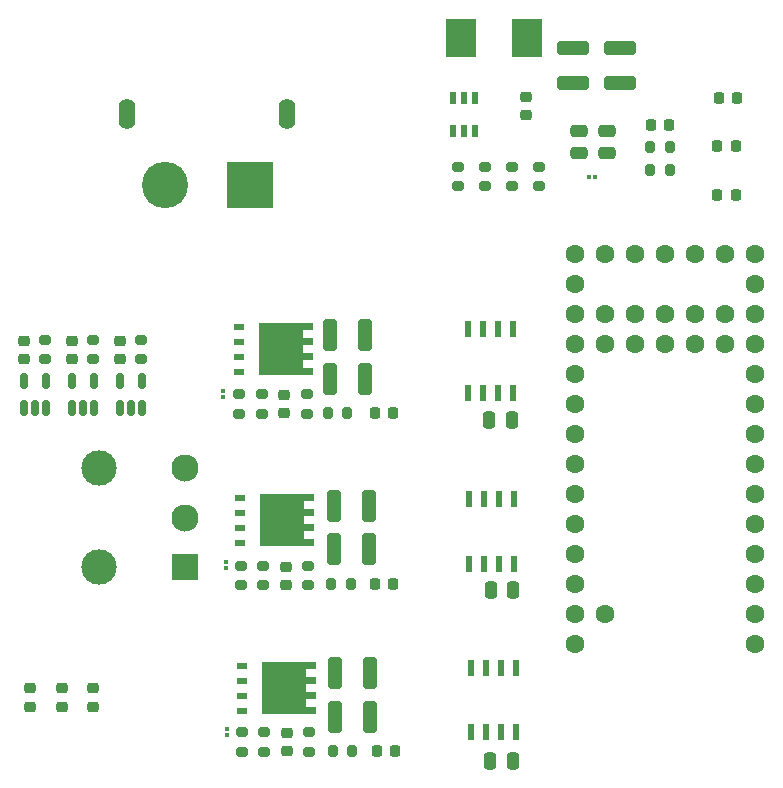
<source format=gbr>
%TF.GenerationSoftware,KiCad,Pcbnew,7.0.9*%
%TF.CreationDate,2023-12-30T21:06:32-05:00*%
%TF.ProjectId,esc,6573632e-6b69-4636-9164-5f7063625858,rev?*%
%TF.SameCoordinates,Original*%
%TF.FileFunction,Soldermask,Top*%
%TF.FilePolarity,Negative*%
%FSLAX46Y46*%
G04 Gerber Fmt 4.6, Leading zero omitted, Abs format (unit mm)*
G04 Created by KiCad (PCBNEW 7.0.9) date 2023-12-30 21:06:32*
%MOMM*%
%LPD*%
G01*
G04 APERTURE LIST*
G04 Aperture macros list*
%AMRoundRect*
0 Rectangle with rounded corners*
0 $1 Rounding radius*
0 $2 $3 $4 $5 $6 $7 $8 $9 X,Y pos of 4 corners*
0 Add a 4 corners polygon primitive as box body*
4,1,4,$2,$3,$4,$5,$6,$7,$8,$9,$2,$3,0*
0 Add four circle primitives for the rounded corners*
1,1,$1+$1,$2,$3*
1,1,$1+$1,$4,$5*
1,1,$1+$1,$6,$7*
1,1,$1+$1,$8,$9*
0 Add four rect primitives between the rounded corners*
20,1,$1+$1,$2,$3,$4,$5,0*
20,1,$1+$1,$4,$5,$6,$7,0*
20,1,$1+$1,$6,$7,$8,$9,0*
20,1,$1+$1,$8,$9,$2,$3,0*%
%AMFreePoly0*
4,1,17,2.675000,1.605000,1.875000,1.605000,1.875000,0.935000,2.675000,0.935000,2.675000,0.335000,1.875000,0.335000,1.875000,-0.335000,2.675000,-0.335000,2.675000,-0.935000,1.875000,-0.935000,1.875000,-1.605000,2.675000,-1.605000,2.675000,-2.205000,-1.875000,-2.205000,-1.875000,2.205000,2.675000,2.205000,2.675000,1.605000,2.675000,1.605000,$1*%
G04 Aperture macros list end*
%ADD10R,0.533400X1.460500*%
%ADD11R,0.558800X1.003300*%
%ADD12R,2.514600X3.251200*%
%ADD13R,2.300000X2.300000*%
%ADD14C,2.300000*%
%ADD15C,2.999999*%
%ADD16RoundRect,0.218750X0.256250X-0.218750X0.256250X0.218750X-0.256250X0.218750X-0.256250X-0.218750X0*%
%ADD17RoundRect,0.218750X0.218750X0.256250X-0.218750X0.256250X-0.218750X-0.256250X0.218750X-0.256250X0*%
%ADD18RoundRect,0.218750X-0.218750X-0.256250X0.218750X-0.256250X0.218750X0.256250X-0.218750X0.256250X0*%
%ADD19RoundRect,0.150000X0.150000X-0.512500X0.150000X0.512500X-0.150000X0.512500X-0.150000X-0.512500X0*%
%ADD20RoundRect,0.250000X-0.325000X-1.100000X0.325000X-1.100000X0.325000X1.100000X-0.325000X1.100000X0*%
%ADD21RoundRect,0.200000X-0.200000X-0.275000X0.200000X-0.275000X0.200000X0.275000X-0.200000X0.275000X0*%
%ADD22RoundRect,0.225000X-0.225000X-0.250000X0.225000X-0.250000X0.225000X0.250000X-0.225000X0.250000X0*%
%ADD23RoundRect,0.200000X-0.275000X0.200000X-0.275000X-0.200000X0.275000X-0.200000X0.275000X0.200000X0*%
%ADD24RoundRect,0.225000X0.225000X0.250000X-0.225000X0.250000X-0.225000X-0.250000X0.225000X-0.250000X0*%
%ADD25RoundRect,0.225000X-0.250000X0.225000X-0.250000X-0.225000X0.250000X-0.225000X0.250000X0.225000X0*%
%ADD26RoundRect,0.250000X-0.250000X-0.475000X0.250000X-0.475000X0.250000X0.475000X-0.250000X0.475000X0*%
%ADD27RoundRect,0.075000X-0.075000X0.125000X-0.075000X-0.125000X0.075000X-0.125000X0.075000X0.125000X0*%
%ADD28RoundRect,0.250000X-1.100000X0.325000X-1.100000X-0.325000X1.100000X-0.325000X1.100000X0.325000X0*%
%ADD29RoundRect,0.200000X0.275000X-0.200000X0.275000X0.200000X-0.275000X0.200000X-0.275000X-0.200000X0*%
%ADD30RoundRect,0.075000X0.125000X0.075000X-0.125000X0.075000X-0.125000X-0.075000X0.125000X-0.075000X0*%
%ADD31RoundRect,0.200000X0.200000X0.275000X-0.200000X0.275000X-0.200000X-0.275000X0.200000X-0.275000X0*%
%ADD32RoundRect,0.250000X-0.475000X0.250000X-0.475000X-0.250000X0.475000X-0.250000X0.475000X0.250000X0*%
%ADD33RoundRect,0.225000X0.250000X-0.225000X0.250000X0.225000X-0.250000X0.225000X-0.250000X-0.225000X0*%
%ADD34FreePoly0,0.000000*%
%ADD35R,0.850000X0.500000*%
%ADD36RoundRect,0.102000X-1.858000X-1.858000X1.858000X-1.858000X1.858000X1.858000X-1.858000X1.858000X0*%
%ADD37C,3.920000*%
%ADD38O,1.404000X2.604000*%
%ADD39C,1.600000*%
%ADD40RoundRect,0.250000X0.475000X-0.250000X0.475000X0.250000X-0.475000X0.250000X-0.475000X-0.250000X0*%
G04 APERTURE END LIST*
D10*
%TO.C,U401*%
X80250207Y-95596694D03*
X81520207Y-95596694D03*
X82790207Y-95596694D03*
X84060207Y-95596694D03*
X84060207Y-90148394D03*
X82790207Y-90148394D03*
X81520207Y-90148394D03*
X80250207Y-90148394D03*
%TD*%
%TO.C,U301*%
X80299207Y-110043844D03*
X81569207Y-110043844D03*
X82839207Y-110043844D03*
X84109207Y-110043844D03*
X84109207Y-104595544D03*
X82839207Y-104595544D03*
X81569207Y-104595544D03*
X80299207Y-104595544D03*
%TD*%
%TO.C,U201*%
X80463207Y-124338594D03*
X81733207Y-124338594D03*
X83003207Y-124338594D03*
X84273207Y-124338594D03*
X84273207Y-118890294D03*
X83003207Y-118890294D03*
X81733207Y-118890294D03*
X80463207Y-118890294D03*
%TD*%
D11*
%TO.C,U101*%
X80834996Y-70643513D03*
X79884995Y-70643513D03*
X78934994Y-70643513D03*
X78934994Y-73399413D03*
X79884995Y-73399413D03*
X80834996Y-73399413D03*
%TD*%
D12*
%TO.C,L101*%
X85198000Y-65532000D03*
X79610000Y-65532000D03*
%TD*%
D13*
%TO.C,J102*%
X56277720Y-110358543D03*
D14*
X56277720Y-106158544D03*
X56277720Y-101958545D03*
D15*
X48977719Y-110358543D03*
X48977719Y-101958560D03*
%TD*%
D16*
%TO.C,D107*%
X43166207Y-122186044D03*
X43166207Y-120611044D03*
%TD*%
%TO.C,D106*%
X45833207Y-122186044D03*
X45833207Y-120611044D03*
%TD*%
%TO.C,D105*%
X48500207Y-122186044D03*
X48500207Y-120611044D03*
%TD*%
D17*
%TO.C,D104*%
X102912500Y-78867000D03*
X101337500Y-78867000D03*
%TD*%
%TO.C,D103*%
X102912500Y-74676000D03*
X101337500Y-74676000D03*
%TD*%
D18*
%TO.C,D102*%
X101464500Y-70612000D03*
X103039500Y-70612000D03*
%TD*%
D19*
%TO.C,U105*%
X50725207Y-96882044D03*
X51675207Y-96882044D03*
X52625207Y-96882044D03*
X52625207Y-94607044D03*
X50725207Y-94607044D03*
%TD*%
D20*
%TO.C,C204*%
X68955207Y-119327544D03*
X71905207Y-119327544D03*
%TD*%
D21*
%TO.C,R204*%
X68777407Y-125906144D03*
X70427407Y-125906144D03*
%TD*%
D22*
%TO.C,C101*%
X95726000Y-72896875D03*
X97276000Y-72896875D03*
%TD*%
D23*
%TO.C,R205*%
X61081207Y-124344544D03*
X61081207Y-125994544D03*
%TD*%
D24*
%TO.C,C206*%
X74061207Y-125931544D03*
X72511207Y-125931544D03*
%TD*%
D23*
%TO.C,R118*%
X52564207Y-91109544D03*
X52564207Y-92759544D03*
%TD*%
D25*
%TO.C,C104*%
X85172600Y-70535800D03*
X85172600Y-72085800D03*
%TD*%
D26*
%TO.C,C302*%
X82160207Y-112254544D03*
X84060207Y-112254544D03*
%TD*%
D23*
%TO.C,R106*%
X79356000Y-76454000D03*
X79356000Y-78104000D03*
%TD*%
D27*
%TO.C,D201*%
X59811207Y-124058294D03*
X59811207Y-124558294D03*
%TD*%
D28*
%TO.C,C106*%
X89135000Y-66392000D03*
X89135000Y-69342000D03*
%TD*%
D20*
%TO.C,C303*%
X68869207Y-108825544D03*
X71819207Y-108825544D03*
%TD*%
D29*
%TO.C,R401*%
X62757207Y-97380544D03*
X62757207Y-95730544D03*
%TD*%
%TO.C,R301*%
X62900207Y-111897544D03*
X62900207Y-110247544D03*
%TD*%
D23*
%TO.C,R405*%
X60852207Y-95730544D03*
X60852207Y-97380544D03*
%TD*%
%TO.C,R116*%
X44436207Y-91109544D03*
X44436207Y-92759544D03*
%TD*%
D20*
%TO.C,C404*%
X68521207Y-94396544D03*
X71471207Y-94396544D03*
%TD*%
D25*
%TO.C,C207*%
X64891207Y-124394544D03*
X64891207Y-125944544D03*
%TD*%
D29*
%TO.C,R206*%
X66796207Y-125994544D03*
X66796207Y-124344544D03*
%TD*%
D30*
%TO.C,D101*%
X90989600Y-77287200D03*
X90489600Y-77287200D03*
%TD*%
D27*
%TO.C,D401*%
X59455207Y-95416544D03*
X59455207Y-95916544D03*
%TD*%
D29*
%TO.C,R201*%
X62986207Y-125994544D03*
X62986207Y-124344544D03*
%TD*%
%TO.C,R104*%
X81642000Y-78104000D03*
X81642000Y-76454000D03*
%TD*%
D23*
%TO.C,R103*%
X83928000Y-76454000D03*
X83928000Y-78104000D03*
%TD*%
%TO.C,R105*%
X86214000Y-76454000D03*
X86214000Y-78104000D03*
%TD*%
D26*
%TO.C,C202*%
X82131207Y-126732544D03*
X84031207Y-126732544D03*
%TD*%
D20*
%TO.C,C304*%
X68869207Y-105142544D03*
X71819207Y-105142544D03*
%TD*%
D31*
%TO.C,R102*%
X97326000Y-74803000D03*
X95676000Y-74803000D03*
%TD*%
D32*
%TO.C,C103*%
X89643000Y-73406000D03*
X89643000Y-75306000D03*
%TD*%
D33*
%TO.C,C107*%
X42658207Y-92709544D03*
X42658207Y-91159544D03*
%TD*%
D21*
%TO.C,R404*%
X68346207Y-97317544D03*
X69996207Y-97317544D03*
%TD*%
D26*
%TO.C,C402*%
X82033207Y-97903544D03*
X83933207Y-97903544D03*
%TD*%
D24*
%TO.C,C406*%
X73913207Y-97317544D03*
X72363207Y-97317544D03*
%TD*%
D21*
%TO.C,R304*%
X68630207Y-111746544D03*
X70280207Y-111746544D03*
%TD*%
D34*
%TO.C,Q301*%
X64455207Y-106373544D03*
D35*
X60905207Y-104468544D03*
X60905207Y-105738544D03*
X60905207Y-107008544D03*
X60905207Y-108278544D03*
%TD*%
D25*
%TO.C,C307*%
X64805207Y-110297544D03*
X64805207Y-111847544D03*
%TD*%
D23*
%TO.C,R305*%
X60995207Y-110247544D03*
X60995207Y-111897544D03*
%TD*%
D33*
%TO.C,C108*%
X46722207Y-92709544D03*
X46722207Y-91159544D03*
%TD*%
D34*
%TO.C,Q401*%
X64414207Y-91895544D03*
D35*
X60864207Y-89990544D03*
X60864207Y-91260544D03*
X60864207Y-92530544D03*
X60864207Y-93800544D03*
%TD*%
D36*
%TO.C,J101*%
X61747000Y-78009000D03*
D37*
X54547000Y-78009000D03*
D38*
X64897000Y-72009000D03*
X51397000Y-72009000D03*
%TD*%
D29*
%TO.C,R306*%
X66710207Y-111897544D03*
X66710207Y-110247544D03*
%TD*%
D19*
%TO.C,U104*%
X46661207Y-96882044D03*
X47611207Y-96882044D03*
X48561207Y-96882044D03*
X48561207Y-94607044D03*
X46661207Y-94607044D03*
%TD*%
D39*
%TO.C,U103*%
X104507207Y-116826544D03*
X104507207Y-114286544D03*
X104507207Y-111746544D03*
X104507207Y-109206544D03*
X104507207Y-106666544D03*
X104507207Y-104126544D03*
X104507207Y-101586544D03*
X104507207Y-99046544D03*
X104507207Y-96506544D03*
X104507207Y-93966544D03*
X104507207Y-91426544D03*
X104507207Y-88886544D03*
X104507207Y-86346544D03*
X104507207Y-83806544D03*
X101967207Y-83806544D03*
X99427207Y-83806544D03*
X96887207Y-83806544D03*
X94347207Y-83806544D03*
X91807207Y-83806544D03*
X89267207Y-83806544D03*
X89267207Y-86346544D03*
X89267207Y-88886544D03*
X89267207Y-91426544D03*
X89267207Y-93966544D03*
X89267207Y-96506544D03*
X89267207Y-99046544D03*
X89267207Y-101586544D03*
X89267207Y-104126544D03*
X89267207Y-106666544D03*
X89267207Y-109206544D03*
X89267207Y-111746544D03*
X89267207Y-114286544D03*
X89267207Y-116826544D03*
X91807207Y-114286544D03*
X91807207Y-88886544D03*
X91807207Y-91426544D03*
X94347207Y-88886544D03*
X94347207Y-91426544D03*
X96887207Y-88886544D03*
X96887207Y-91426544D03*
X99427207Y-88886544D03*
X99427207Y-91426544D03*
X101967207Y-88886544D03*
X101967207Y-91426544D03*
%TD*%
D24*
%TO.C,C306*%
X73913207Y-111746544D03*
X72363207Y-111746544D03*
%TD*%
D23*
%TO.C,R117*%
X48500207Y-91109544D03*
X48500207Y-92759544D03*
%TD*%
D19*
%TO.C,U102*%
X42597207Y-96882044D03*
X43547207Y-96882044D03*
X44497207Y-96882044D03*
X44497207Y-94607044D03*
X42597207Y-94607044D03*
%TD*%
D20*
%TO.C,C203*%
X68953407Y-123035944D03*
X71903407Y-123035944D03*
%TD*%
D29*
%TO.C,R406*%
X66567207Y-97380544D03*
X66567207Y-95730544D03*
%TD*%
D27*
%TO.C,D301*%
X59725207Y-109933544D03*
X59725207Y-110433544D03*
%TD*%
D21*
%TO.C,R101*%
X95676000Y-76708000D03*
X97326000Y-76708000D03*
%TD*%
D20*
%TO.C,C403*%
X68521207Y-90713544D03*
X71471207Y-90713544D03*
%TD*%
D40*
%TO.C,C102*%
X92005200Y-75306000D03*
X92005200Y-73406000D03*
%TD*%
D25*
%TO.C,C407*%
X64662207Y-95780544D03*
X64662207Y-97330544D03*
%TD*%
D34*
%TO.C,Q201*%
X64668207Y-120597544D03*
D35*
X61118207Y-118692544D03*
X61118207Y-119962544D03*
X61118207Y-121232544D03*
X61118207Y-122502544D03*
%TD*%
D33*
%TO.C,C109*%
X50786207Y-92709544D03*
X50786207Y-91159544D03*
%TD*%
D28*
%TO.C,C105*%
X93072000Y-66370686D03*
X93072000Y-69320686D03*
%TD*%
M02*

</source>
